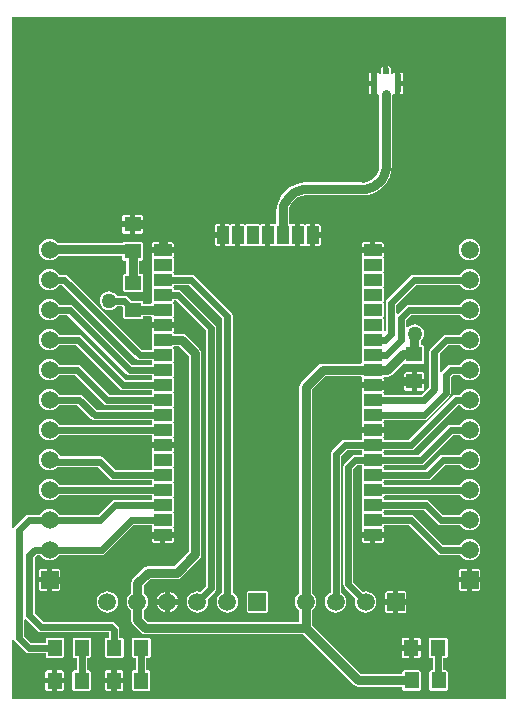
<source format=gtl>
G04 Layer_Physical_Order=1*
G04 Layer_Color=255*
%FSTAX24Y24*%
%MOIN*%
G70*
G01*
G75*
%ADD10C,0.0295*%
%ADD11R,0.0500X0.0550*%
%ADD12R,0.0197X0.0256*%
%ADD13R,0.0197X0.0217*%
%ADD14R,0.0236X0.0591*%
%ADD15R,0.0550X0.0500*%
%ADD16R,0.0600X0.0400*%
%ADD17R,0.0400X0.0600*%
%ADD18C,0.0218*%
%ADD19C,0.0591*%
%ADD20R,0.0591X0.0591*%
%ADD21R,0.0591X0.0591*%
%ADD22C,0.0197*%
%ADD23C,0.0500*%
G36*
X033609Y019734D02*
X017141D01*
Y021706D01*
X0172Y021711D01*
X017202Y021704D01*
X017239Y021649D01*
X017569Y021319D01*
X017624Y021282D01*
X01769Y021269D01*
X018246D01*
Y021165D01*
X018265Y02112D01*
X01831Y021101D01*
X01881D01*
X018855Y02112D01*
X018874Y021165D01*
Y021715D01*
X018855Y02176D01*
X01881Y021779D01*
X01831D01*
X018265Y02176D01*
X018246Y021715D01*
Y021611D01*
X017761D01*
X017531Y021841D01*
Y022378D01*
X017583Y022397D01*
X01759Y022397D01*
X017969Y022019D01*
X018024Y021982D01*
X01809Y021969D01*
X020369D01*
Y021779D01*
X02029D01*
X020245Y02176D01*
X020226Y021715D01*
Y021165D01*
X020245Y02112D01*
X02029Y021101D01*
X02079D01*
X020835Y02112D01*
X020854Y021165D01*
Y021715D01*
X020835Y02176D01*
X02079Y021779D01*
X020711D01*
Y02204D01*
X020698Y022106D01*
X020661Y022161D01*
X020561Y022261D01*
X020506Y022298D01*
X02044Y022311D01*
X018161D01*
X017881Y022591D01*
Y024459D01*
X017957Y024535D01*
X018067D01*
X01807Y024527D01*
X018127Y024453D01*
X018201Y024397D01*
X018288Y024361D01*
X01838Y024349D01*
X018472Y024361D01*
X018559Y024397D01*
X018633Y024453D01*
X01869Y024527D01*
X018693Y024535D01*
X020116D01*
X020182Y024548D01*
X020237Y024585D01*
X021181Y025529D01*
X021786D01*
Y0255D01*
X021803Y02545D01*
X021786Y0254D01*
Y025289D01*
X02215D01*
X022514D01*
Y0254D01*
X022497Y02545D01*
X022514Y0255D01*
Y0259D01*
X022497Y02595D01*
X022514Y026D01*
Y0264D01*
X022497Y02645D01*
X022514Y0265D01*
Y0269D01*
X022497Y02695D01*
X022514Y027D01*
Y0274D01*
X022497Y02745D01*
X022514Y0275D01*
Y0279D01*
X022497Y02795D01*
X022514Y028D01*
Y028111D01*
X02215D01*
X021786D01*
Y028D01*
X021803Y02795D01*
X021786Y0279D01*
Y0275D01*
X021803Y02745D01*
X021786Y0274D01*
X021757Y027371D01*
X020581D01*
X020185Y027767D01*
X020129Y027805D01*
X020064Y027818D01*
X018717D01*
X01869Y027885D01*
X018633Y027959D01*
X018559Y028016D01*
X018472Y028051D01*
X01838Y028064D01*
X018288Y028051D01*
X018201Y028016D01*
X018127Y027959D01*
X01807Y027885D01*
X018035Y027799D01*
X018023Y027706D01*
X018035Y027614D01*
X01807Y027527D01*
X018127Y027453D01*
X018201Y027397D01*
X018288Y027361D01*
X01838Y027349D01*
X018472Y027361D01*
X018559Y027397D01*
X018633Y027453D01*
X018649Y027475D01*
X019993D01*
X020389Y027079D01*
X020444Y027042D01*
X02051Y027029D01*
X021786D01*
Y027D01*
X021803Y02695D01*
X021786Y0269D01*
X021757Y026871D01*
X018695D01*
X01869Y026885D01*
X018633Y026959D01*
X018559Y027016D01*
X018472Y027051D01*
X01838Y027064D01*
X018288Y027051D01*
X018201Y027016D01*
X018127Y026959D01*
X01807Y026885D01*
X018035Y026799D01*
X018023Y026706D01*
X018035Y026614D01*
X01807Y026527D01*
X018127Y026453D01*
X018201Y026397D01*
X018288Y026361D01*
X01838Y026349D01*
X018472Y026361D01*
X018559Y026397D01*
X018633Y026453D01*
X01869Y026527D01*
X01869Y026529D01*
X021786D01*
Y0265D01*
X021803Y02645D01*
X021786Y0264D01*
X021757Y026371D01*
X02057D01*
X020504Y026358D01*
X020449Y026321D01*
X020005Y025878D01*
X018693D01*
X01869Y025885D01*
X018633Y025959D01*
X018559Y026016D01*
X018472Y026051D01*
X01838Y026064D01*
X018288Y026051D01*
X018201Y026016D01*
X018127Y025959D01*
X01807Y025885D01*
X018067Y025878D01*
X017686D01*
X017621Y025865D01*
X017565Y025827D01*
X017239Y025501D01*
X017202Y025446D01*
X0172Y025439D01*
X017141Y025444D01*
Y042461D01*
X033609D01*
Y019734D01*
D02*
G37*
%LPC*%
G36*
X022656Y022881D02*
X022399D01*
Y022624D01*
X022403Y022625D01*
X022489Y02266D01*
X022563Y022717D01*
X02262Y022791D01*
X022655Y022878D01*
X022656Y022881D01*
D02*
G37*
G36*
X022221Y023316D02*
X022218Y023315D01*
X022131Y02328D01*
X022057Y023223D01*
X022Y023149D01*
X021965Y023063D01*
X021964Y023059D01*
X022221D01*
Y023316D01*
D02*
G37*
G36*
X029831Y023329D02*
X029625D01*
X02958Y02331D01*
X029561Y023265D01*
Y023059D01*
X029831D01*
Y023329D01*
D02*
G37*
G36*
X022221Y022881D02*
X021964D01*
X021965Y022878D01*
X022Y022791D01*
X022057Y022717D01*
X022131Y02266D01*
X022218Y022625D01*
X022221Y022624D01*
Y022881D01*
D02*
G37*
G36*
X030279D02*
X030009D01*
Y022611D01*
X030215D01*
X03026Y02263D01*
X030279Y022675D01*
Y022881D01*
D02*
G37*
G36*
X029831D02*
X029561D01*
Y022675D01*
X02958Y02263D01*
X029625Y022611D01*
X029831D01*
Y022881D01*
D02*
G37*
G36*
X022514Y034611D02*
X02215D01*
X021786D01*
Y0345D01*
X021803Y03445D01*
X021786Y0344D01*
Y034D01*
X021803Y03395D01*
X021786Y0339D01*
Y0335D01*
X021803Y03345D01*
X021786Y0334D01*
Y033D01*
X0218Y032966D01*
X021772Y032911D01*
X021509D01*
Y03295D01*
X02149Y032995D01*
X021445Y033014D01*
X021098D01*
X020981Y033131D01*
X020926Y033168D01*
X02086Y033181D01*
X020618D01*
X02058Y03323D01*
X020516Y03328D01*
X020441Y033311D01*
X02036Y033322D01*
X020279Y033311D01*
X020204Y03328D01*
X02014Y03323D01*
X02009Y033166D01*
X020059Y033091D01*
X020048Y03301D01*
X020059Y032929D01*
X02009Y032854D01*
X02014Y03279D01*
X020204Y03274D01*
X020279Y032709D01*
X02036Y032698D01*
X020441Y032709D01*
X020516Y03274D01*
X02058Y03279D01*
X020618Y032839D01*
X020789D01*
X020831Y032797D01*
Y03245D01*
X02085Y032405D01*
X020895Y032386D01*
X021445D01*
X02149Y032405D01*
X021509Y03245D01*
Y032489D01*
X021772D01*
X021799Y032437D01*
X021786Y0324D01*
Y032289D01*
X02215D01*
X022514D01*
Y0324D01*
X022497Y03245D01*
X022514Y0325D01*
Y0329D01*
X022495Y032945D01*
X022495Y032955D01*
X022514Y033D01*
Y033029D01*
X022579D01*
X023589Y032019D01*
Y023491D01*
X02341Y023312D01*
X023403Y023315D01*
X02331Y023327D01*
X023217Y023315D01*
X023131Y02328D01*
X023057Y023223D01*
X023Y023149D01*
X022965Y023063D01*
X022953Y02297D01*
X022965Y022878D01*
X023Y022791D01*
X023057Y022717D01*
X023131Y02266D01*
X023217Y022625D01*
X02331Y022613D01*
X023403Y022625D01*
X023489Y02266D01*
X023563Y022717D01*
X02362Y022791D01*
X023655Y022878D01*
X023667Y02297D01*
X023655Y023063D01*
X023652Y02307D01*
X023881Y023299D01*
X023918Y023354D01*
X023931Y02342D01*
Y03209D01*
X023918Y032156D01*
X023881Y032211D01*
X022771Y033321D01*
X022716Y033358D01*
X02265Y033371D01*
X022514D01*
Y0334D01*
X022497Y03345D01*
X022514Y0335D01*
X022543Y033529D01*
X023039D01*
X024139Y032429D01*
Y023283D01*
X024131Y02328D01*
X024057Y023223D01*
X024Y023149D01*
X023965Y023063D01*
X023953Y02297D01*
X023965Y022878D01*
X024Y022791D01*
X024057Y022717D01*
X024131Y02266D01*
X024218Y022625D01*
X02431Y022613D01*
X024402Y022625D01*
X024489Y02266D01*
X024563Y022717D01*
X02462Y022791D01*
X024655Y022878D01*
X024667Y02297D01*
X024655Y023063D01*
X02462Y023149D01*
X024563Y023223D01*
X024489Y02328D01*
X024481Y023283D01*
Y0325D01*
X024468Y032566D01*
X024431Y032621D01*
X023231Y033821D01*
X023176Y033858D01*
X02311Y033871D01*
X022514D01*
Y0339D01*
X022497Y03395D01*
X022514Y034D01*
Y0344D01*
X022497Y03445D01*
X022514Y0345D01*
Y034611D01*
D02*
G37*
G36*
X02031Y023327D02*
X020217Y023315D01*
X020131Y02328D01*
X020057Y023223D01*
X02Y023149D01*
X019965Y023063D01*
X019953Y02297D01*
X019965Y022878D01*
X02Y022791D01*
X020057Y022717D01*
X020131Y02266D01*
X020217Y022625D01*
X02031Y022613D01*
X020403Y022625D01*
X020489Y02266D01*
X020563Y022717D01*
X02062Y022791D01*
X020655Y022878D01*
X020667Y02297D01*
X020655Y023063D01*
X02062Y023149D01*
X020563Y023223D01*
X020489Y02328D01*
X020403Y023315D01*
X02031Y023327D01*
D02*
G37*
G36*
X032739Y023617D02*
X032469D01*
Y023347D01*
X032675D01*
X03272Y023366D01*
X032739Y023411D01*
Y023617D01*
D02*
G37*
G36*
X032291D02*
X032021D01*
Y023411D01*
X03204Y023366D01*
X032085Y023347D01*
X032291D01*
Y023617D01*
D02*
G37*
G36*
Y024065D02*
X032085D01*
X03204Y024047D01*
X032021Y024001D01*
Y023796D01*
X032291D01*
Y024065D01*
D02*
G37*
G36*
X018291D02*
X018085D01*
X01804Y024047D01*
X018021Y024001D01*
Y023796D01*
X018291D01*
Y024065D01*
D02*
G37*
G36*
X030215Y023329D02*
X030009D01*
Y023059D01*
X030279D01*
Y023265D01*
X03026Y02331D01*
X030215Y023329D01*
D02*
G37*
G36*
X022399Y023316D02*
Y023059D01*
X022656D01*
X022655Y023063D01*
X02262Y023149D01*
X022563Y023223D01*
X022489Y02328D01*
X022403Y023315D01*
X022399Y023316D01*
D02*
G37*
G36*
X018739Y023617D02*
X018469D01*
Y023347D01*
X018675D01*
X01872Y023366D01*
X018739Y023411D01*
Y023617D01*
D02*
G37*
G36*
X018291D02*
X018021D01*
Y023411D01*
X01804Y023366D01*
X018085Y023347D01*
X018291D01*
Y023617D01*
D02*
G37*
G36*
X02169Y021779D02*
X02119D01*
X021145Y02176D01*
X021126Y021715D01*
Y021165D01*
X021145Y02112D01*
X02119Y021101D01*
X021269D01*
Y020683D01*
X02118D01*
X021135Y020664D01*
X021116Y020619D01*
Y020069D01*
X021135Y020024D01*
X02118Y020005D01*
X02168D01*
X021725Y020024D01*
X021744Y020069D01*
Y020619D01*
X021725Y020664D01*
X02168Y020683D01*
X021611D01*
Y021101D01*
X02169D01*
X021735Y02112D01*
X021754Y021165D01*
Y021715D01*
X021735Y02176D01*
X02169Y021779D01*
D02*
G37*
G36*
X020844Y020255D02*
X020619D01*
Y020005D01*
X02078D01*
X020825Y020024D01*
X020844Y020069D01*
Y020255D01*
D02*
G37*
G36*
X018461Y020683D02*
X0183D01*
X018255Y020664D01*
X018236Y020619D01*
Y020434D01*
X018461D01*
Y020683D01*
D02*
G37*
G36*
X03159Y021769D02*
X03109D01*
X031045Y02175D01*
X031026Y021705D01*
Y021155D01*
X031045Y02111D01*
X03109Y021091D01*
X031169D01*
Y020693D01*
X0311D01*
X031055Y020674D01*
X031036Y020629D01*
Y020079D01*
X031055Y020034D01*
X0311Y020015D01*
X0316D01*
X031645Y020034D01*
X031664Y020079D01*
Y020629D01*
X031645Y020674D01*
X0316Y020693D01*
X031511D01*
Y021091D01*
X03159D01*
X031635Y02111D01*
X031654Y021155D01*
Y021705D01*
X031635Y02175D01*
X03159Y021769D01*
D02*
G37*
G36*
X018864Y020255D02*
X018639D01*
Y020005D01*
X0188D01*
X018845Y020024D01*
X018864Y020069D01*
Y020255D01*
D02*
G37*
G36*
X018461D02*
X018236D01*
Y020069D01*
X018255Y020024D01*
X0183Y020005D01*
X018461D01*
Y020255D01*
D02*
G37*
G36*
X020441D02*
X020216D01*
Y020069D01*
X020235Y020024D01*
X02028Y020005D01*
X020441D01*
Y020255D01*
D02*
G37*
G36*
X01971Y021779D02*
X01921D01*
X019165Y02176D01*
X019146Y021715D01*
Y021165D01*
X019165Y02112D01*
X01921Y021101D01*
X019289D01*
Y020683D01*
X0192D01*
X019155Y020664D01*
X019136Y020619D01*
Y020069D01*
X019155Y020024D01*
X0192Y020005D01*
X0197D01*
X019745Y020024D01*
X019764Y020069D01*
Y020619D01*
X019745Y020664D01*
X0197Y020683D01*
X019631D01*
Y021101D01*
X01971D01*
X019755Y02112D01*
X019774Y021165D01*
Y021715D01*
X019755Y02176D01*
X01971Y021779D01*
D02*
G37*
G36*
X020441Y020683D02*
X02028D01*
X020235Y020664D01*
X020216Y020619D01*
Y020434D01*
X020441D01*
Y020683D01*
D02*
G37*
G36*
X03069Y021769D02*
X030529D01*
Y021519D01*
X030754D01*
Y021705D01*
X030735Y02175D01*
X03069Y021769D01*
D02*
G37*
G36*
X030351D02*
X03019D01*
X030145Y02175D01*
X030126Y021705D01*
Y021519D01*
X030351D01*
Y021769D01*
D02*
G37*
G36*
X025605Y023329D02*
X025015D01*
X02497Y02331D01*
X024951Y023265D01*
Y022675D01*
X02497Y02263D01*
X025015Y022611D01*
X025605D01*
X02565Y02263D01*
X025669Y022675D01*
Y023265D01*
X02565Y02331D01*
X025605Y023329D01*
D02*
G37*
G36*
X02915Y0347D02*
D01*
Y034611D01*
X028786D01*
Y0345D01*
X028803Y03445D01*
X028786Y0344D01*
Y034D01*
X028803Y03395D01*
X028786Y0339D01*
Y0335D01*
X028803Y03345D01*
X028786Y0334D01*
Y033D01*
X028803Y03295D01*
X028786Y0329D01*
Y0325D01*
X028805Y032455D01*
X028805Y032445D01*
X028786Y0324D01*
Y032D01*
X028803Y03195D01*
X028786Y0319D01*
Y0315D01*
X028805Y031455D01*
X028805Y031445D01*
X028786Y0314D01*
Y031D01*
X0288Y030966D01*
X028772Y030911D01*
X02749D01*
X027409Y030895D01*
X027341Y030849D01*
X026771Y030279D01*
X026725Y030211D01*
X026709Y03013D01*
Y023255D01*
X026667Y023223D01*
X02661Y023149D01*
X026575Y023063D01*
X026563Y02297D01*
X026575Y022878D01*
X02661Y022791D01*
X026667Y022717D01*
X026709Y022685D01*
Y022311D01*
X021657D01*
X021521Y022447D01*
Y022685D01*
X021563Y022717D01*
X02162Y022791D01*
X021655Y022878D01*
X021667Y02297D01*
X021655Y023063D01*
X02162Y023149D01*
X021563Y023223D01*
X021521Y023255D01*
Y023513D01*
X021737Y023729D01*
X02262D01*
X022701Y023745D01*
X022769Y023791D01*
X023379Y024401D01*
X023425Y024469D01*
X023441Y02455D01*
Y03126D01*
X023425Y031341D01*
X023379Y031409D01*
X022939Y031849D01*
X022871Y031895D01*
X02279Y031911D01*
X022528D01*
X0225Y031966D01*
X022514Y032D01*
Y032111D01*
X02215D01*
X021786D01*
Y032D01*
X021805Y031955D01*
X021805Y031945D01*
X021786Y0319D01*
Y0315D01*
X021803Y03145D01*
X021786Y0314D01*
X021757Y031371D01*
X021451D01*
X018991Y033831D01*
X018936Y033868D01*
X01887Y033881D01*
X018691D01*
X01869Y033885D01*
X018633Y033959D01*
X018559Y034016D01*
X018472Y034051D01*
X01838Y034064D01*
X018288Y034051D01*
X018201Y034016D01*
X018127Y033959D01*
X01807Y033885D01*
X018035Y033799D01*
X018023Y033706D01*
X018035Y033614D01*
X01807Y033527D01*
X018127Y033453D01*
X018201Y033397D01*
X018288Y033361D01*
X01838Y033349D01*
X018472Y033361D01*
X018559Y033397D01*
X018633Y033453D01*
X01869Y033527D01*
X018694Y033539D01*
X018799D01*
X021259Y031079D01*
X021314Y031042D01*
X02138Y031029D01*
X021786D01*
Y031D01*
X021803Y03095D01*
X021786Y0309D01*
X021757Y030871D01*
X021131D01*
X019171Y032831D01*
X019116Y032868D01*
X01905Y032881D01*
X018691D01*
X01869Y032885D01*
X018633Y032959D01*
X018559Y033016D01*
X018472Y033051D01*
X01838Y033064D01*
X018288Y033051D01*
X018201Y033016D01*
X018127Y032959D01*
X01807Y032885D01*
X018035Y032799D01*
X018023Y032706D01*
X018035Y032614D01*
X01807Y032527D01*
X018127Y032453D01*
X018201Y032397D01*
X018288Y032361D01*
X01838Y032349D01*
X018472Y032361D01*
X018559Y032397D01*
X018633Y032453D01*
X01869Y032527D01*
X018694Y032539D01*
X018979D01*
X020939Y030579D01*
X020994Y030542D01*
X02106Y030529D01*
X021786D01*
Y0305D01*
X021803Y03045D01*
X021786Y0304D01*
X021757Y030371D01*
X020911D01*
X019451Y031831D01*
X019396Y031868D01*
X01933Y031881D01*
X018691D01*
X01869Y031885D01*
X018633Y031959D01*
X018559Y032016D01*
X018472Y032051D01*
X01838Y032064D01*
X018288Y032051D01*
X018201Y032016D01*
X018127Y031959D01*
X01807Y031885D01*
X018035Y031799D01*
X018023Y031706D01*
X018035Y031614D01*
X01807Y031527D01*
X018127Y031453D01*
X018201Y031397D01*
X018288Y031361D01*
X01838Y031349D01*
X018472Y031361D01*
X018559Y031397D01*
X018633Y031453D01*
X01869Y031527D01*
X018694Y031539D01*
X019259D01*
X020719Y030079D01*
X020774Y030042D01*
X02084Y030029D01*
X021786D01*
Y03D01*
X021803Y02995D01*
X021786Y0299D01*
X021757Y029871D01*
X020381D01*
X019421Y030831D01*
X019366Y030868D01*
X0193Y030881D01*
X018691D01*
X01869Y030885D01*
X018633Y030959D01*
X018559Y031016D01*
X018472Y031051D01*
X01838Y031064D01*
X018288Y031051D01*
X018201Y031016D01*
X018127Y030959D01*
X01807Y030885D01*
X018035Y030799D01*
X018023Y030706D01*
X018035Y030614D01*
X01807Y030527D01*
X018127Y030453D01*
X018201Y030397D01*
X018288Y030361D01*
X01838Y030349D01*
X018472Y030361D01*
X018559Y030397D01*
X018633Y030453D01*
X01869Y030527D01*
X018694Y030539D01*
X019229D01*
X020189Y029579D01*
X020244Y029542D01*
X02031Y029529D01*
X021786D01*
Y0295D01*
X021803Y02945D01*
X021786Y0294D01*
X021757Y029371D01*
X019951D01*
X019491Y029831D01*
X019436Y029868D01*
X01937Y029881D01*
X018691D01*
X01869Y029885D01*
X018633Y029959D01*
X018559Y030016D01*
X018472Y030051D01*
X01838Y030064D01*
X018288Y030051D01*
X018201Y030016D01*
X018127Y029959D01*
X01807Y029885D01*
X018035Y029799D01*
X018023Y029706D01*
X018035Y029614D01*
X01807Y029527D01*
X018127Y029453D01*
X018201Y029397D01*
X018288Y029361D01*
X01838Y029349D01*
X018472Y029361D01*
X018559Y029397D01*
X018633Y029453D01*
X01869Y029527D01*
X018694Y029539D01*
X019299D01*
X019759Y029079D01*
X019814Y029042D01*
X01988Y029029D01*
X021786D01*
Y029D01*
X021803Y02895D01*
X021786Y0289D01*
X021757Y028871D01*
X018695D01*
X01869Y028885D01*
X018633Y028959D01*
X018559Y029016D01*
X018472Y029051D01*
X01838Y029064D01*
X018288Y029051D01*
X018201Y029016D01*
X018127Y028959D01*
X01807Y028885D01*
X018035Y028799D01*
X018023Y028706D01*
X018035Y028614D01*
X01807Y028527D01*
X018127Y028453D01*
X018201Y028397D01*
X018288Y028361D01*
X01838Y028349D01*
X018472Y028361D01*
X018559Y028397D01*
X018633Y028453D01*
X01869Y028527D01*
X01869Y028529D01*
X021786D01*
Y0285D01*
X021803Y02845D01*
X021786Y0284D01*
Y028289D01*
X02215D01*
X022514D01*
Y0284D01*
X022497Y02845D01*
X022514Y0285D01*
Y0289D01*
X022497Y02895D01*
X022514Y029D01*
Y0294D01*
X022497Y02945D01*
X022514Y0295D01*
Y0299D01*
X022497Y02995D01*
X022514Y03D01*
Y0304D01*
X022497Y03045D01*
X022514Y0305D01*
Y0309D01*
X022497Y03095D01*
X022514Y031D01*
Y0314D01*
X022501Y031437D01*
X022528Y031489D01*
X022703D01*
X023019Y031173D01*
Y024637D01*
X022533Y024151D01*
X02165D01*
X021569Y024135D01*
X021501Y024089D01*
X021161Y023749D01*
X021115Y023681D01*
X021099Y0236D01*
Y023255D01*
X021057Y023223D01*
X021Y023149D01*
X020965Y023063D01*
X020953Y02297D01*
X020965Y022878D01*
X021Y022791D01*
X021057Y022717D01*
X021099Y022685D01*
Y02236D01*
X021115Y022279D01*
X021161Y022211D01*
X021421Y021951D01*
X021489Y021905D01*
X02157Y021889D01*
X026833D01*
X028517Y020205D01*
X028585Y02016D01*
X028666Y020143D01*
X030136D01*
Y020079D01*
X030155Y020034D01*
X0302Y020015D01*
X0307D01*
X030745Y020034D01*
X030764Y020079D01*
Y020629D01*
X030745Y020674D01*
X0307Y020693D01*
X0302D01*
X030155Y020674D01*
X030136Y020629D01*
Y020565D01*
X028753D01*
X027131Y022187D01*
Y022685D01*
X027173Y022717D01*
X02723Y022791D01*
X027265Y022878D01*
X027277Y02297D01*
X027265Y023063D01*
X02723Y023149D01*
X027173Y023223D01*
X027131Y023255D01*
Y030043D01*
X027577Y030489D01*
X028772D01*
X0288Y030434D01*
X028786Y0304D01*
Y030289D01*
X02915D01*
X029514D01*
Y0304D01*
X029506Y03042D01*
X029538Y030479D01*
X02964D01*
X029721Y030495D01*
X029789Y030541D01*
X030181Y030933D01*
X03022Y030925D01*
X030265Y030906D01*
X030815D01*
X03086Y030925D01*
X030879Y03097D01*
Y03147D01*
X03086Y031515D01*
X030815Y031534D01*
X030751D01*
Y031674D01*
X03077Y03169D01*
X03082Y031754D01*
X030851Y031829D01*
X030862Y03191D01*
X030851Y031991D01*
X03082Y032066D01*
X03077Y03213D01*
X030706Y03218D01*
X030631Y032211D01*
X03055Y032222D01*
X030469Y032211D01*
X030394Y03218D01*
X03033Y03213D01*
X03032Y032119D01*
X030261Y032139D01*
Y032349D01*
X030447Y032535D01*
X032067D01*
X03207Y032527D01*
X032127Y032453D01*
X032201Y032397D01*
X032287Y032361D01*
X03238Y032349D01*
X032473Y032361D01*
X032559Y032397D01*
X032633Y032453D01*
X03269Y032527D01*
X032725Y032614D01*
X032737Y032706D01*
X032725Y032799D01*
X03269Y032885D01*
X032633Y032959D01*
X032559Y033016D01*
X032473Y033051D01*
X03238Y033064D01*
X032287Y033051D01*
X032201Y033016D01*
X032127Y032959D01*
X03207Y032885D01*
X032067Y032878D01*
X030376D01*
X030311Y032864D01*
X030255Y032827D01*
X02999Y032563D01*
X029931Y032587D01*
Y032869D01*
X030597Y033535D01*
X032067D01*
X03207Y033527D01*
X032127Y033453D01*
X032201Y033397D01*
X032287Y033361D01*
X03238Y033349D01*
X032473Y033361D01*
X032559Y033397D01*
X032633Y033453D01*
X03269Y033527D01*
X032725Y033614D01*
X032737Y033706D01*
X032725Y033799D01*
X03269Y033885D01*
X032633Y033959D01*
X032559Y034016D01*
X032473Y034051D01*
X03238Y034064D01*
X032287Y034051D01*
X032201Y034016D01*
X032127Y033959D01*
X03207Y033885D01*
X032067Y033878D01*
X030526D01*
X030461Y033865D01*
X030405Y033827D01*
X029639Y033061D01*
X029602Y033006D01*
X029589Y03294D01*
Y031999D01*
X029567Y031984D01*
X029523Y031988D01*
X029514Y032D01*
Y0324D01*
X029495Y032445D01*
X029495Y032455D01*
X029514Y0325D01*
Y0329D01*
X029497Y03295D01*
X029514Y033D01*
Y0334D01*
X029497Y03345D01*
X029514Y0335D01*
Y0339D01*
X029497Y03395D01*
X029514Y034D01*
Y0344D01*
X029497Y03445D01*
X029514Y0345D01*
Y034611D01*
X02915D01*
Y0347D01*
D02*
G37*
G36*
X0188Y020683D02*
X018639D01*
Y020434D01*
X018864D01*
Y020619D01*
X018845Y020664D01*
X0188Y020683D01*
D02*
G37*
G36*
X02078D02*
X020619D01*
Y020434D01*
X020844D01*
Y020619D01*
X020825Y020664D01*
X02078Y020683D01*
D02*
G37*
G36*
X030754Y021341D02*
X030529D01*
Y021091D01*
X03069D01*
X030735Y02111D01*
X030754Y021155D01*
Y021341D01*
D02*
G37*
G36*
X030351D02*
X030126D01*
Y021155D01*
X030145Y02111D01*
X03019Y021091D01*
X030351D01*
Y021341D01*
D02*
G37*
G36*
X018675Y024065D02*
X018469D01*
Y023796D01*
X018739D01*
Y024001D01*
X01872Y024047D01*
X018675Y024065D01*
D02*
G37*
G36*
X021489Y035471D02*
X021239D01*
Y035246D01*
X021425D01*
X02147Y035265D01*
X021489Y03531D01*
Y035471D01*
D02*
G37*
G36*
X021061D02*
X020811D01*
Y03531D01*
X02083Y035265D01*
X020875Y035246D01*
X021061D01*
Y035471D01*
D02*
G37*
G36*
X02735Y035564D02*
X027239D01*
Y035289D01*
X027414D01*
Y0355D01*
X027395Y035545D01*
X02735Y035564D01*
D02*
G37*
G36*
X024061D02*
X02395D01*
X023905Y035545D01*
X023886Y0355D01*
Y035289D01*
X024061D01*
Y035564D01*
D02*
G37*
G36*
X02685D02*
X026739D01*
Y0352D01*
Y034836D01*
X02685D01*
X0269Y034853D01*
X02695Y034836D01*
X027061D01*
Y0352D01*
Y035564D01*
X02695D01*
X0269Y035547D01*
X02685Y035564D01*
D02*
G37*
G36*
X02435D02*
X024239D01*
Y0352D01*
Y034836D01*
X02435D01*
X0244Y034853D01*
X02445Y034836D01*
X024561D01*
Y0352D01*
Y035564D01*
X02445D01*
X0244Y035547D01*
X02435Y035564D01*
D02*
G37*
G36*
X024061Y035111D02*
X023886D01*
Y0349D01*
X023905Y034855D01*
X02395Y034836D01*
X024061D01*
Y035111D01*
D02*
G37*
G36*
X027414D02*
X027239D01*
Y034836D01*
X02735D01*
X027395Y034855D01*
X027414Y0349D01*
Y035111D01*
D02*
G37*
G36*
X029107Y040609D02*
X029078D01*
X029033Y04059D01*
X029014Y040545D01*
Y040339D01*
X029107D01*
Y040609D01*
D02*
G37*
G36*
X030166Y040161D02*
X030073D01*
Y039891D01*
X030102D01*
X030147Y03991D01*
X030166Y039955D01*
Y040161D01*
D02*
G37*
G36*
X029688Y040826D02*
X029679D01*
Y040654D01*
X029501D01*
Y040826D01*
X029492D01*
X029446Y040807D01*
X029428Y040762D01*
Y040581D01*
X029369Y040569D01*
X02936Y04059D01*
X029314Y040609D01*
X029286D01*
Y04025D01*
Y039891D01*
X029314D01*
X029319Y039893D01*
X029376Y039853D01*
Y037527D01*
X029379Y037515D01*
X02936Y037376D01*
X029302Y037236D01*
X02921Y037116D01*
X02909Y037024D01*
X02895Y036966D01*
X028812Y036948D01*
X0288Y03695D01*
X026937D01*
Y036951D01*
X026743Y036932D01*
X026555Y036875D01*
X026382Y036783D01*
X026231Y036658D01*
X026107Y036507D01*
X026015Y036334D01*
X025958Y036147D01*
X025938Y035952D01*
X025939D01*
Y035578D01*
X025887Y035551D01*
X02585Y035564D01*
X025739D01*
Y0352D01*
Y034836D01*
X02585D01*
X0259Y034853D01*
X02595Y034836D01*
X02635D01*
X0264Y034853D01*
X02645Y034836D01*
X026561D01*
Y0352D01*
Y035564D01*
X02645D01*
X026413Y035551D01*
X026361Y035578D01*
Y035952D01*
X026358Y035964D01*
X026377Y036102D01*
X026435Y036242D01*
X026527Y036363D01*
X026647Y036455D01*
X026787Y036513D01*
X026925Y036531D01*
X026937Y036529D01*
X0288D01*
X0288Y036529D01*
Y036528D01*
X028994Y036547D01*
X029182Y036604D01*
X029355Y036696D01*
X029506Y03682D01*
X02963Y036972D01*
X029722Y037145D01*
X029779Y037332D01*
X029799Y037527D01*
X029798D01*
Y039855D01*
X029854Y039895D01*
X029855Y039895D01*
X029866Y039891D01*
X029894D01*
Y04025D01*
Y040609D01*
X029866D01*
X02982Y04059D01*
X029811Y040569D01*
X029752Y040581D01*
Y040762D01*
X029734Y040807D01*
X029688Y040826D01*
D02*
G37*
G36*
X030102Y040609D02*
X030073D01*
Y040339D01*
X030166D01*
Y040545D01*
X030147Y04059D01*
X030102Y040609D01*
D02*
G37*
G36*
X021061Y035874D02*
X020875D01*
X02083Y035855D01*
X020811Y03581D01*
Y035649D01*
X021061D01*
Y035874D01*
D02*
G37*
G36*
X02535Y035564D02*
X02495D01*
X0249Y035547D01*
X02485Y035564D01*
X024739D01*
Y0352D01*
Y034836D01*
X02485D01*
X0249Y034853D01*
X02495Y034836D01*
X02535D01*
X0254Y034853D01*
X02545Y034836D01*
X025561D01*
Y0352D01*
Y035564D01*
X02545D01*
X0254Y035547D01*
X02535Y035564D01*
D02*
G37*
G36*
X029107Y040161D02*
X029014D01*
Y039955D01*
X029033Y03991D01*
X029078Y039891D01*
X029107D01*
Y040161D01*
D02*
G37*
G36*
X021425Y035874D02*
X021239D01*
Y035649D01*
X021489D01*
Y03581D01*
X02147Y035855D01*
X021425Y035874D01*
D02*
G37*
G36*
X02945Y034964D02*
X029239D01*
Y034789D01*
X029514D01*
Y0349D01*
X029495Y034945D01*
X02945Y034964D01*
D02*
G37*
G36*
X03238Y030064D02*
X032287Y030051D01*
X032201Y030016D01*
X032127Y029959D01*
X03207Y029885D01*
X032067Y029878D01*
X031926D01*
X031861Y029864D01*
X031805Y029827D01*
X030349Y028371D01*
X029514D01*
Y0284D01*
X029497Y02845D01*
X029514Y0285D01*
Y028611D01*
X02915D01*
X028786D01*
Y0285D01*
X028803Y02845D01*
X028786Y0284D01*
X028757Y028371D01*
X02823D01*
X028164Y028358D01*
X028109Y028321D01*
X027799Y028011D01*
X027762Y027956D01*
X027749Y02789D01*
Y023283D01*
X027741Y02328D01*
X027667Y023223D01*
X02761Y023149D01*
X027575Y023063D01*
X027563Y02297D01*
X027575Y022878D01*
X02761Y022791D01*
X027667Y022717D01*
X027741Y02266D01*
X027827Y022625D01*
X02792Y022613D01*
X028012Y022625D01*
X028099Y02266D01*
X028173Y022717D01*
X02823Y022791D01*
X028265Y022878D01*
X028277Y02297D01*
X028265Y023063D01*
X02823Y023149D01*
X028173Y023223D01*
X028099Y02328D01*
X028091Y023283D01*
Y027819D01*
X028301Y028029D01*
X028786D01*
Y028D01*
X028803Y02795D01*
X028786Y0279D01*
X028757Y027871D01*
X02857D01*
X028504Y027858D01*
X028449Y027821D01*
X028219Y027591D01*
X028182Y027536D01*
X028169Y02747D01*
Y02355D01*
X028182Y023484D01*
X028219Y023429D01*
X028578Y02307D01*
X028575Y023063D01*
X028563Y02297D01*
X028575Y022878D01*
X02861Y022791D01*
X028667Y022717D01*
X028741Y02266D01*
X028828Y022625D01*
X02892Y022613D01*
X029012Y022625D01*
X029099Y02266D01*
X029173Y022717D01*
X02923Y022791D01*
X029265Y022878D01*
X029277Y02297D01*
X029265Y023063D01*
X02923Y023149D01*
X029173Y023223D01*
X029099Y02328D01*
X029012Y023315D01*
X02892Y023327D01*
X028828Y023315D01*
X02882Y023312D01*
X028511Y023621D01*
Y027399D01*
X028641Y027529D01*
X028786D01*
Y0275D01*
X028803Y02745D01*
X028786Y0274D01*
Y027D01*
X028803Y02695D01*
X028786Y0269D01*
Y0265D01*
X028803Y02645D01*
X028786Y0264D01*
Y026D01*
X028803Y02595D01*
X028786Y0259D01*
Y0255D01*
X028803Y02545D01*
X028786Y0254D01*
Y025289D01*
X02915D01*
X029514D01*
Y0254D01*
X029497Y02545D01*
X029514Y0255D01*
X029543Y025529D01*
X030349D01*
X031293Y024585D01*
X031348Y024548D01*
X031414Y024535D01*
X032067D01*
X03207Y024527D01*
X032127Y024453D01*
X032201Y024397D01*
X032287Y024361D01*
X03238Y024349D01*
X032473Y024361D01*
X032559Y024397D01*
X032633Y024453D01*
X03269Y024527D01*
X032725Y024614D01*
X032737Y024706D01*
X032725Y024799D01*
X03269Y024885D01*
X032633Y024959D01*
X032559Y025016D01*
X032473Y025051D01*
X03238Y025064D01*
X032287Y025051D01*
X032201Y025016D01*
X032127Y024959D01*
X03207Y024885D01*
X032067Y024878D01*
X031485D01*
X030541Y025821D01*
X030486Y025858D01*
X03042Y025871D01*
X029514D01*
Y0259D01*
X029497Y02595D01*
X029514Y026D01*
X029543Y026029D01*
X030849D01*
X031293Y025585D01*
X031348Y025548D01*
X031414Y025535D01*
X032067D01*
X03207Y025527D01*
X032127Y025453D01*
X032201Y025397D01*
X032287Y025361D01*
X03238Y025349D01*
X032473Y025361D01*
X032559Y025397D01*
X032633Y025453D01*
X03269Y025527D01*
X032725Y025614D01*
X032737Y025706D01*
X032725Y025799D01*
X03269Y025885D01*
X032633Y025959D01*
X032559Y026016D01*
X032473Y026051D01*
X03238Y026064D01*
X032287Y026051D01*
X032201Y026016D01*
X032127Y025959D01*
X03207Y025885D01*
X032067Y025878D01*
X031485D01*
X031041Y026321D01*
X030986Y026358D01*
X03092Y026371D01*
X029514D01*
Y0264D01*
X029497Y02645D01*
X029514Y0265D01*
X029549Y026535D01*
X032067D01*
X03207Y026527D01*
X032127Y026453D01*
X032201Y026397D01*
X032287Y026361D01*
X03238Y026349D01*
X032473Y026361D01*
X032559Y026397D01*
X032633Y026453D01*
X03269Y026527D01*
X032725Y026614D01*
X032737Y026706D01*
X032725Y026799D01*
X03269Y026885D01*
X032633Y026959D01*
X032559Y027016D01*
X032473Y027051D01*
X03238Y027064D01*
X032287Y027051D01*
X032201Y027016D01*
X032127Y026959D01*
X03207Y026885D01*
X032067Y026878D01*
X029514D01*
Y0269D01*
X029497Y02695D01*
X029514Y027D01*
X029543Y027029D01*
X03098D01*
X031046Y027042D01*
X031101Y027079D01*
X031557Y027535D01*
X032067D01*
X03207Y027527D01*
X032127Y027453D01*
X032201Y027397D01*
X032287Y027361D01*
X03238Y027349D01*
X032473Y027361D01*
X032559Y027397D01*
X032633Y027453D01*
X03269Y027527D01*
X032725Y027614D01*
X032737Y027706D01*
X032725Y027799D01*
X03269Y027885D01*
X032633Y027959D01*
X032559Y028016D01*
X032473Y028051D01*
X03238Y028064D01*
X032287Y028051D01*
X032201Y028016D01*
X032127Y027959D01*
X03207Y027885D01*
X032067Y027878D01*
X031486D01*
X031421Y027864D01*
X031365Y027827D01*
X030909Y027371D01*
X029514D01*
Y0274D01*
X029497Y02745D01*
X029514Y0275D01*
X029543Y027529D01*
X03076D01*
X030826Y027542D01*
X030881Y027579D01*
X031837Y028535D01*
X032067D01*
X03207Y028527D01*
X032127Y028453D01*
X032201Y028397D01*
X032287Y028361D01*
X03238Y028349D01*
X032473Y028361D01*
X032559Y028397D01*
X032633Y028453D01*
X03269Y028527D01*
X032725Y028614D01*
X032737Y028706D01*
X032725Y028799D01*
X03269Y028885D01*
X032633Y028959D01*
X032559Y029016D01*
X032473Y029051D01*
X03238Y029064D01*
X032287Y029051D01*
X032201Y029016D01*
X032127Y028959D01*
X03207Y028885D01*
X032067Y028878D01*
X031766D01*
X031701Y028865D01*
X031645Y028827D01*
X030689Y027871D01*
X029514D01*
Y0279D01*
X029497Y02795D01*
X029514Y028D01*
X029543Y028029D01*
X03042D01*
X030486Y028042D01*
X030541Y028079D01*
X031997Y029535D01*
X032067D01*
X03207Y029527D01*
X032127Y029453D01*
X032201Y029397D01*
X032287Y029361D01*
X03238Y029349D01*
X032473Y029361D01*
X032559Y029397D01*
X032633Y029453D01*
X03269Y029527D01*
X032725Y029614D01*
X032737Y029706D01*
X032725Y029799D01*
X03269Y029885D01*
X032633Y029959D01*
X032559Y030016D01*
X032473Y030051D01*
X03238Y030064D01*
D02*
G37*
G36*
X029514Y025111D02*
X029239D01*
Y024936D01*
X02945D01*
X029495Y024955D01*
X029514Y025D01*
Y025111D01*
D02*
G37*
G36*
X030879Y030231D02*
X030629D01*
Y030006D01*
X030815D01*
X03086Y030025D01*
X030879Y03007D01*
Y030231D01*
D02*
G37*
G36*
X030451D02*
X030201D01*
Y03007D01*
X03022Y030025D01*
X030265Y030006D01*
X030451D01*
Y030231D01*
D02*
G37*
G36*
X022061Y025111D02*
X021786D01*
Y025D01*
X021805Y024955D01*
X02185Y024936D01*
X022061D01*
Y025111D01*
D02*
G37*
G36*
X032675Y024065D02*
X032469D01*
Y023796D01*
X032739D01*
Y024001D01*
X03272Y024047D01*
X032675Y024065D01*
D02*
G37*
G36*
X029061Y025111D02*
X028786D01*
Y025D01*
X028805Y024955D01*
X02885Y024936D01*
X029061D01*
Y025111D01*
D02*
G37*
G36*
X022514D02*
X022239D01*
Y024936D01*
X02245D01*
X022495Y024955D01*
X022514Y025D01*
Y025111D01*
D02*
G37*
G36*
X029061Y034964D02*
X02885D01*
X028805Y034945D01*
X028786Y0349D01*
Y034789D01*
X029061D01*
Y034964D01*
D02*
G37*
G36*
X03238Y035064D02*
X032287Y035051D01*
X032201Y035016D01*
X032127Y034959D01*
X03207Y034885D01*
X032035Y034799D01*
X032023Y034706D01*
X032035Y034614D01*
X03207Y034527D01*
X032127Y034453D01*
X032201Y034397D01*
X032287Y034361D01*
X03238Y034349D01*
X032473Y034361D01*
X032559Y034397D01*
X032633Y034453D01*
X03269Y034527D01*
X032725Y034614D01*
X032737Y034706D01*
X032725Y034799D01*
X03269Y034885D01*
X032633Y034959D01*
X032559Y035016D01*
X032473Y035051D01*
X03238Y035064D01*
D02*
G37*
G36*
X02245Y034964D02*
X022239D01*
Y034789D01*
X022514D01*
Y0349D01*
X022495Y034945D01*
X02245Y034964D01*
D02*
G37*
G36*
X022061D02*
X02185D01*
X021805Y034945D01*
X021786Y0349D01*
Y034789D01*
X022061D01*
Y034964D01*
D02*
G37*
G36*
X030815Y030634D02*
X030629D01*
Y030409D01*
X030879D01*
Y03057D01*
X03086Y030615D01*
X030815Y030634D01*
D02*
G37*
G36*
X030451D02*
X030265D01*
X03022Y030615D01*
X030201Y03057D01*
Y030409D01*
X030451D01*
Y030634D01*
D02*
G37*
G36*
X01838Y035064D02*
X018288Y035051D01*
X018201Y035016D01*
X018127Y034959D01*
X01807Y034885D01*
X018035Y034799D01*
X018023Y034706D01*
X018035Y034614D01*
X01807Y034527D01*
X018127Y034453D01*
X018201Y034397D01*
X018288Y034361D01*
X01838Y034349D01*
X018472Y034361D01*
X018559Y034397D01*
X018633Y034453D01*
X018676Y034509D01*
X020811D01*
Y03441D01*
X02083Y034365D01*
X020875Y034346D01*
X020939D01*
Y033914D01*
X020895D01*
X02085Y033895D01*
X020831Y03385D01*
Y03335D01*
X02085Y033305D01*
X020895Y033286D01*
X021445D01*
X02149Y033305D01*
X021509Y03335D01*
Y03385D01*
X02149Y033895D01*
X021445Y033914D01*
X021361D01*
Y034346D01*
X021425D01*
X02147Y034365D01*
X021489Y03441D01*
Y03491D01*
X02147Y034955D01*
X021425Y034974D01*
X020875D01*
X02083Y034955D01*
X02082Y034931D01*
X018654D01*
X018633Y034959D01*
X018559Y035016D01*
X018472Y035051D01*
X01838Y035064D01*
D02*
G37*
G36*
X03238Y032064D02*
X032287Y032051D01*
X032201Y032016D01*
X032127Y031959D01*
X03207Y031885D01*
X032067Y031878D01*
X031606D01*
X031541Y031865D01*
X031485Y031827D01*
X031089Y031431D01*
X031052Y031376D01*
X031039Y03131D01*
Y030121D01*
X030789Y029871D01*
X029514D01*
Y0299D01*
X029497Y02995D01*
X029514Y03D01*
Y030111D01*
X02915D01*
X028786D01*
Y03D01*
X028803Y02995D01*
X028786Y0299D01*
Y0295D01*
X028803Y02945D01*
X028786Y0294D01*
Y029D01*
X028803Y02895D01*
X028786Y0289D01*
Y028789D01*
X02915D01*
X029514D01*
Y0289D01*
X029497Y02895D01*
X029514Y029D01*
X029543Y029029D01*
X03085D01*
X030916Y029042D01*
X030971Y029079D01*
X031701Y029809D01*
X031738Y029864D01*
X031751Y02993D01*
Y030469D01*
X031817Y030535D01*
X032067D01*
X03207Y030527D01*
X032127Y030453D01*
X032201Y030397D01*
X032287Y030361D01*
X03238Y030349D01*
X032473Y030361D01*
X032559Y030397D01*
X032633Y030453D01*
X03269Y030527D01*
X032725Y030614D01*
X032737Y030706D01*
X032725Y030799D01*
X03269Y030885D01*
X032633Y030959D01*
X032559Y031016D01*
X032473Y031051D01*
X03238Y031064D01*
X032287Y031051D01*
X032201Y031016D01*
X032127Y030959D01*
X03207Y030885D01*
X032067Y030878D01*
X031746D01*
X031681Y030865D01*
X031625Y030827D01*
X031459Y030661D01*
X03144Y030634D01*
X031381Y030652D01*
Y031239D01*
X031677Y031535D01*
X032067D01*
X03207Y031527D01*
X032127Y031453D01*
X032201Y031397D01*
X032287Y031361D01*
X03238Y031349D01*
X032473Y031361D01*
X032559Y031397D01*
X032633Y031453D01*
X03269Y031527D01*
X032725Y031614D01*
X032737Y031706D01*
X032725Y031799D01*
X03269Y031885D01*
X032633Y031959D01*
X032559Y032016D01*
X032473Y032051D01*
X03238Y032064D01*
D02*
G37*
%LPD*%
D10*
X026937Y036739D02*
X026835Y036733D01*
X026734Y036713D01*
X026636Y036679D01*
X026544Y036634D01*
X026458Y036577D01*
X026381Y036509D01*
X026313Y036431D01*
X026255Y036346D01*
X02621Y036253D01*
X026177Y036156D01*
X026157Y036055D01*
X02615Y035952D01*
X0288Y036739D02*
X028902Y036746D01*
X029003Y036766D01*
X029101Y036799D01*
X029193Y036845D01*
X029279Y036902D01*
X029356Y03697D01*
X029424Y037047D01*
X029482Y037133D01*
X029527Y037225D01*
X02956Y037323D01*
X02958Y037424D01*
X029587Y037527D01*
X03054Y03122D02*
Y03191D01*
X01838Y034646D02*
X018454Y03472D01*
X028666Y020354D02*
X03045D01*
X02692Y0221D02*
X028666Y020354D01*
X02692Y0221D02*
Y02297D01*
X02157Y0221D02*
X02692D01*
X02131Y02236D02*
X02157Y0221D01*
X02131Y02236D02*
Y02297D01*
X02615Y0352D02*
Y035952D01*
X026937Y036739D02*
X0288D01*
X029587Y037527D02*
Y039889D01*
X02117Y0327D02*
X02215D01*
X02115Y03362D02*
Y03466D01*
Y03362D02*
X02117Y0336D01*
X02915Y0307D02*
X02916Y03069D01*
X02915Y0302D02*
X02984D01*
X02916Y03069D02*
X02964D01*
X03017Y03122D01*
X02984Y0302D02*
X02996Y03032D01*
X03017Y03122D02*
X03054D01*
X02996Y03032D02*
X03054D01*
Y03191D02*
X03055D01*
X02215Y0317D02*
X02279D01*
X02165Y02394D02*
X02262D01*
X02131Y0236D02*
X02165Y02394D01*
X02131Y02297D02*
Y0236D01*
X02262Y02394D02*
X02323Y02455D01*
Y03126D01*
X02279Y0317D02*
X02323Y03126D01*
X02692Y02297D02*
Y03013D01*
X02749Y0307D01*
X02915D01*
X018454Y03472D02*
X02109D01*
X02115Y03466D01*
Y03556D02*
X02185D01*
X02215Y03526D01*
Y0347D02*
Y03526D01*
D11*
X01945Y020344D02*
D03*
X01855D02*
D03*
X02143D02*
D03*
X02053D02*
D03*
X02144Y02144D02*
D03*
X02054D02*
D03*
X01946D02*
D03*
X01856D02*
D03*
X03134Y02143D02*
D03*
X03044D02*
D03*
X03135Y020354D02*
D03*
X03045D02*
D03*
D12*
X02959Y039866D02*
D03*
D13*
Y040654D02*
D03*
D14*
X029984Y04025D02*
D03*
X029196D02*
D03*
D15*
X02115Y03556D02*
D03*
Y03466D02*
D03*
X02117Y0327D02*
D03*
Y0336D02*
D03*
X03054Y03032D02*
D03*
Y03122D02*
D03*
D16*
X02215Y0252D02*
D03*
Y0257D02*
D03*
Y0262D02*
D03*
Y0267D02*
D03*
Y0272D02*
D03*
Y0277D02*
D03*
Y0282D02*
D03*
Y0287D02*
D03*
Y0292D02*
D03*
Y0297D02*
D03*
Y0302D02*
D03*
Y0307D02*
D03*
Y0312D02*
D03*
Y0317D02*
D03*
Y0322D02*
D03*
Y0327D02*
D03*
Y0332D02*
D03*
Y0337D02*
D03*
Y0342D02*
D03*
Y0347D02*
D03*
X02915D02*
D03*
Y0342D02*
D03*
Y0337D02*
D03*
Y0332D02*
D03*
Y0327D02*
D03*
Y0322D02*
D03*
Y0317D02*
D03*
Y0312D02*
D03*
Y0307D02*
D03*
Y0302D02*
D03*
Y0297D02*
D03*
Y0292D02*
D03*
Y0287D02*
D03*
Y0282D02*
D03*
Y0277D02*
D03*
Y0272D02*
D03*
Y0267D02*
D03*
Y0262D02*
D03*
Y0257D02*
D03*
Y0252D02*
D03*
D17*
X02415Y0352D02*
D03*
X02465D02*
D03*
X02515D02*
D03*
X02565D02*
D03*
X02615D02*
D03*
X02665D02*
D03*
X02715D02*
D03*
D18*
X03134Y020364D02*
X03135Y020354D01*
X03134Y020364D02*
Y02143D01*
X02834Y02355D02*
X02892Y02297D01*
X02834Y02355D02*
Y02747D01*
X02857Y0277D01*
X02915D01*
X02823Y0282D02*
X02915D01*
X02792Y02789D02*
X02823Y0282D01*
X02792Y02297D02*
Y02789D01*
X02143Y020344D02*
X02144Y020354D01*
Y02144D01*
X01945Y020344D02*
X01946Y020354D01*
Y02144D01*
X01769D02*
X01856D01*
X01736Y02177D02*
X01769Y02144D01*
X01736Y02177D02*
Y02538D01*
X017686Y025706D01*
X01838D01*
X02054Y02144D02*
Y02204D01*
X02044Y02214D02*
X02054Y02204D01*
X01809Y02214D02*
X02044D01*
X01771Y02252D02*
X01809Y02214D01*
X01771Y02252D02*
Y02453D01*
X017886Y024706D01*
X01838D01*
X02106Y0307D02*
X02215D01*
X02084Y0302D02*
X02215D01*
X02031Y0297D02*
X02215D01*
X01988Y0292D02*
X02215D01*
X01838Y027646D02*
X020064D01*
X02051Y0272D01*
X02215D01*
X01838Y026646D02*
X018434Y0267D01*
X02215D01*
X01838Y028646D02*
X018434Y0287D01*
X02215D01*
X01838Y029646D02*
X018444Y02971D01*
X01937D01*
X01988Y0292D01*
X01838Y030646D02*
X018444Y03071D01*
X0193D01*
X02031Y0297D01*
X01838Y031646D02*
X018444Y03171D01*
X01933D01*
X02084Y0302D01*
X01838Y032646D02*
X018444Y03271D01*
X01905D01*
X02106Y0307D01*
X01838Y033646D02*
X018444Y03371D01*
X01838Y025706D02*
X020076D01*
X02057Y0262D01*
X02215D01*
X01838Y024706D02*
X020116D01*
X02111Y0257D01*
X02215D01*
X030526Y033706D02*
X03238D01*
X031606Y031706D02*
X03238D01*
X029156Y026706D02*
X03238D01*
X02915Y0267D02*
X029156Y026706D01*
X02915Y0257D02*
X03042D01*
X031414Y024706D01*
X03238D01*
X02915Y0262D02*
X03092D01*
X031414Y025706D01*
X03238D01*
X02915Y0317D02*
X02956D01*
X02915Y0312D02*
X0296D01*
X03121Y03131D02*
X031606Y031706D01*
X03158Y03054D02*
X031746Y030706D01*
X03238D01*
X02956Y0317D02*
X02976Y0319D01*
Y03294D01*
X030526Y033706D01*
X0296Y0312D02*
X03009Y03169D01*
Y03242D01*
X030376Y032706D01*
X03238D01*
X02915Y0297D02*
X03086D01*
X03121Y03005D01*
Y03131D01*
X02915Y0292D02*
X03085D01*
X03158Y02993D01*
Y03054D01*
X02915Y0282D02*
X03042D01*
X031926Y029706D01*
X03238D01*
X02915Y0277D02*
X03076D01*
X031766Y028706D01*
X03238D01*
X02915Y0272D02*
X03098D01*
X031486Y027706D01*
X03238D01*
X02214Y02521D02*
X02215Y0252D01*
X01838Y023706D02*
X020026D01*
X02153Y02521D01*
X02214D01*
X02431Y02297D02*
Y0325D01*
X02311Y0337D02*
X02431Y0325D01*
X02215Y0337D02*
X02311D01*
X02331Y02297D02*
X02376Y02342D01*
Y03209D01*
X02215Y0332D02*
X02265D01*
X02376Y03209D01*
X018444Y03371D02*
X01887D01*
X02138Y0312D01*
X02215D01*
X02036Y03301D02*
X02086D01*
X02117Y0327D01*
D19*
X02031Y02297D02*
D03*
X02131D02*
D03*
X02231D02*
D03*
X02331D02*
D03*
X02431D02*
D03*
X03238Y024706D02*
D03*
Y025706D02*
D03*
Y026706D02*
D03*
Y027706D02*
D03*
Y028706D02*
D03*
Y029706D02*
D03*
Y030706D02*
D03*
Y031706D02*
D03*
Y032706D02*
D03*
Y033706D02*
D03*
Y034706D02*
D03*
X01838Y024706D02*
D03*
Y025706D02*
D03*
Y026706D02*
D03*
Y027706D02*
D03*
Y028706D02*
D03*
Y029706D02*
D03*
Y030706D02*
D03*
Y031706D02*
D03*
Y032706D02*
D03*
Y033706D02*
D03*
Y034706D02*
D03*
X02892Y02297D02*
D03*
X02792D02*
D03*
X02692D02*
D03*
D20*
X02531D02*
D03*
X02992D02*
D03*
D21*
X03238Y023706D02*
D03*
X01838D02*
D03*
D22*
X033071Y041732D02*
D03*
Y040945D02*
D03*
Y040157D02*
D03*
Y03937D02*
D03*
Y038583D02*
D03*
Y037795D02*
D03*
Y037008D02*
D03*
Y03622D02*
D03*
Y035433D02*
D03*
Y034646D02*
D03*
Y033858D02*
D03*
X032283Y041732D02*
D03*
Y040945D02*
D03*
Y040157D02*
D03*
Y03937D02*
D03*
Y038583D02*
D03*
Y037795D02*
D03*
Y037008D02*
D03*
Y03622D02*
D03*
Y035433D02*
D03*
X031496Y041732D02*
D03*
Y040945D02*
D03*
Y040157D02*
D03*
Y03937D02*
D03*
Y038583D02*
D03*
Y037795D02*
D03*
Y037008D02*
D03*
Y03622D02*
D03*
Y035433D02*
D03*
X030709Y041732D02*
D03*
Y040945D02*
D03*
Y040157D02*
D03*
Y03937D02*
D03*
Y038583D02*
D03*
Y037795D02*
D03*
Y037008D02*
D03*
Y03622D02*
D03*
Y035433D02*
D03*
X029921Y041732D02*
D03*
Y040945D02*
D03*
Y03937D02*
D03*
Y038583D02*
D03*
Y037795D02*
D03*
Y037008D02*
D03*
Y03622D02*
D03*
Y035433D02*
D03*
Y034646D02*
D03*
Y033858D02*
D03*
X029134Y041732D02*
D03*
Y040945D02*
D03*
Y03937D02*
D03*
Y038583D02*
D03*
Y037795D02*
D03*
Y03622D02*
D03*
Y035433D02*
D03*
X028346Y041732D02*
D03*
Y040945D02*
D03*
Y040157D02*
D03*
Y03937D02*
D03*
Y038583D02*
D03*
Y037795D02*
D03*
Y03622D02*
D03*
Y035433D02*
D03*
Y034646D02*
D03*
Y033858D02*
D03*
X027559Y041732D02*
D03*
Y040945D02*
D03*
Y040157D02*
D03*
Y03937D02*
D03*
Y038583D02*
D03*
Y037795D02*
D03*
Y03622D02*
D03*
Y035433D02*
D03*
Y034646D02*
D03*
Y033858D02*
D03*
X026772Y041732D02*
D03*
Y040945D02*
D03*
Y040157D02*
D03*
Y03937D02*
D03*
Y038583D02*
D03*
Y037795D02*
D03*
Y03622D02*
D03*
Y034646D02*
D03*
Y033858D02*
D03*
X025984Y041732D02*
D03*
Y040945D02*
D03*
Y040157D02*
D03*
Y03937D02*
D03*
Y038583D02*
D03*
Y037795D02*
D03*
Y037008D02*
D03*
Y034646D02*
D03*
Y033858D02*
D03*
X025197Y041732D02*
D03*
Y040945D02*
D03*
Y040157D02*
D03*
Y03937D02*
D03*
Y038583D02*
D03*
Y037795D02*
D03*
Y037008D02*
D03*
Y03622D02*
D03*
Y034646D02*
D03*
Y033858D02*
D03*
X024409Y041732D02*
D03*
Y040945D02*
D03*
Y040157D02*
D03*
Y03937D02*
D03*
Y038583D02*
D03*
Y037795D02*
D03*
Y037008D02*
D03*
Y03622D02*
D03*
Y034646D02*
D03*
Y033858D02*
D03*
X023622Y041732D02*
D03*
Y040945D02*
D03*
Y040157D02*
D03*
Y03937D02*
D03*
Y038583D02*
D03*
Y037795D02*
D03*
Y037008D02*
D03*
Y03622D02*
D03*
Y035433D02*
D03*
Y034646D02*
D03*
Y033858D02*
D03*
X022835Y041732D02*
D03*
Y040945D02*
D03*
Y040157D02*
D03*
Y03937D02*
D03*
Y038583D02*
D03*
Y037795D02*
D03*
Y037008D02*
D03*
Y03622D02*
D03*
Y035433D02*
D03*
Y034646D02*
D03*
X022047Y041732D02*
D03*
Y040945D02*
D03*
Y040157D02*
D03*
Y03937D02*
D03*
Y038583D02*
D03*
Y037795D02*
D03*
Y037008D02*
D03*
Y03622D02*
D03*
Y035433D02*
D03*
X02126Y041732D02*
D03*
Y040945D02*
D03*
Y040157D02*
D03*
Y03937D02*
D03*
Y038583D02*
D03*
Y037795D02*
D03*
Y037008D02*
D03*
Y03622D02*
D03*
X020472Y041732D02*
D03*
Y040945D02*
D03*
Y040157D02*
D03*
Y03937D02*
D03*
Y038583D02*
D03*
Y037795D02*
D03*
Y037008D02*
D03*
Y03622D02*
D03*
Y035433D02*
D03*
Y033858D02*
D03*
X019685Y041732D02*
D03*
Y040945D02*
D03*
Y040157D02*
D03*
Y03937D02*
D03*
Y038583D02*
D03*
Y037795D02*
D03*
Y037008D02*
D03*
Y03622D02*
D03*
Y035433D02*
D03*
Y033858D02*
D03*
X018898Y041732D02*
D03*
Y040945D02*
D03*
Y040157D02*
D03*
Y03937D02*
D03*
Y038583D02*
D03*
Y037795D02*
D03*
Y037008D02*
D03*
Y03622D02*
D03*
Y035433D02*
D03*
X01811Y041732D02*
D03*
Y040945D02*
D03*
Y040157D02*
D03*
Y03937D02*
D03*
Y038583D02*
D03*
Y037795D02*
D03*
Y037008D02*
D03*
Y03622D02*
D03*
Y035433D02*
D03*
X017323Y041732D02*
D03*
Y040945D02*
D03*
Y040157D02*
D03*
Y03937D02*
D03*
Y038583D02*
D03*
Y037795D02*
D03*
Y037008D02*
D03*
Y03622D02*
D03*
Y035433D02*
D03*
Y034646D02*
D03*
Y033858D02*
D03*
D23*
X03055Y03191D02*
D03*
X02036Y03301D02*
D03*
M02*

</source>
